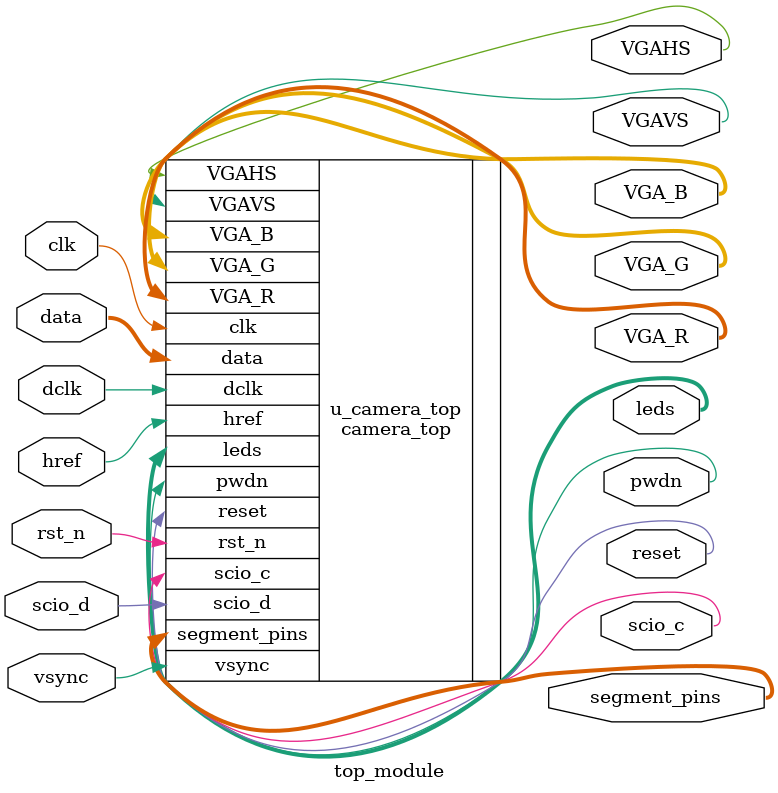
<source format=v>
module top_module(
    // ---------------------ENTRADAS GERAL FPGA--------------------------------------
    input wire clk,            // Clock principal
    input wire rst_n,          // Botão de reset

    // -----------------------------OV2640---------------------------------------
    input wire dclk,            
    input wire href,            
    input wire vsync,            
    input wire [7:0] data,      
    output wire scio_c,         
    inout  wire scio_d,         
    output wire reset,          
    output wire pwdn,           

    // -----------------------VGA----------------------------------------------------
    output wire        VGAHS,
    output wire        VGAVS,
    output wire [2:0]  VGA_R,
    output wire [2:0]  VGA_G,
    output wire [2:0]  VGA_B,

    // -----------------------LEDS DEBUG--------------------------------------------
    output wire [3:0] leds,      // Seus 4 LEDs

    // -----------------------NOVO: DISPLAY 7 SEGMENTOS-----------------------------
    // ATENÇÃO: Isso aqui que faltava! Sem isso o LPF não acha os pinos.
    output wire [7:0] segment_pins 
);

    // ---------------------CÂMERA OV2640 + IA-------------------------------------------
    camera_top u_camera_top (
        // FPGA
        .clk    (clk),
        .rst_n  (rst_n),

        // ENTRADA OV2640
        .dclk   (dclk),
        .href   (href),
        .vsync  (vsync),
        .data   (data),

        // SAIDA OV2640
        .scio_c (scio_c),
        .scio_d (scio_d),
        .reset  (reset),
        .pwdn   (pwdn),

        // SAIDA VGA
        .VGAHS  (VGAHS),
        .VGAVS  (VGAVS),
        .VGA_R  (VGA_R),
        .VGA_G  (VGA_G),
        .VGA_B  (VGA_B),
        
        // SAÍDA LEDS (Corrigido para .leds conforme o último camera_top)
        .leds (leds),

        // SAÍDA DISPLAY (A conexão nova!)
        .segment_pins (segment_pins)
    );

endmodule
</source>
